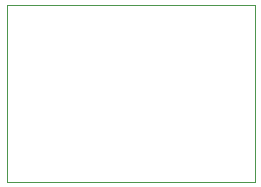
<source format=gbr>
%TF.GenerationSoftware,KiCad,Pcbnew,5.99.0-unknown-046fb58183~131~ubuntu20.04.1*%
%TF.CreationDate,2021-07-12T17:52:22-05:00*%
%TF.ProjectId,WurthTransformerFix,57757274-6854-4726-916e-73666f726d65,rev?*%
%TF.SameCoordinates,Original*%
%TF.FileFunction,Profile,NP*%
%FSLAX46Y46*%
G04 Gerber Fmt 4.6, Leading zero omitted, Abs format (unit mm)*
G04 Created by KiCad (PCBNEW 5.99.0-unknown-046fb58183~131~ubuntu20.04.1) date 2021-07-12 17:52:22*
%MOMM*%
%LPD*%
G01*
G04 APERTURE LIST*
%TA.AperFunction,Profile*%
%ADD10C,0.100000*%
%TD*%
G04 APERTURE END LIST*
D10*
X-10500000Y7500000D02*
X10500000Y7500000D01*
X10500000Y7500000D02*
X10500000Y-7500000D01*
X10500000Y-7500000D02*
X-10500000Y-7500000D01*
X-10500000Y-7500000D02*
X-10500000Y7500000D01*
M02*

</source>
